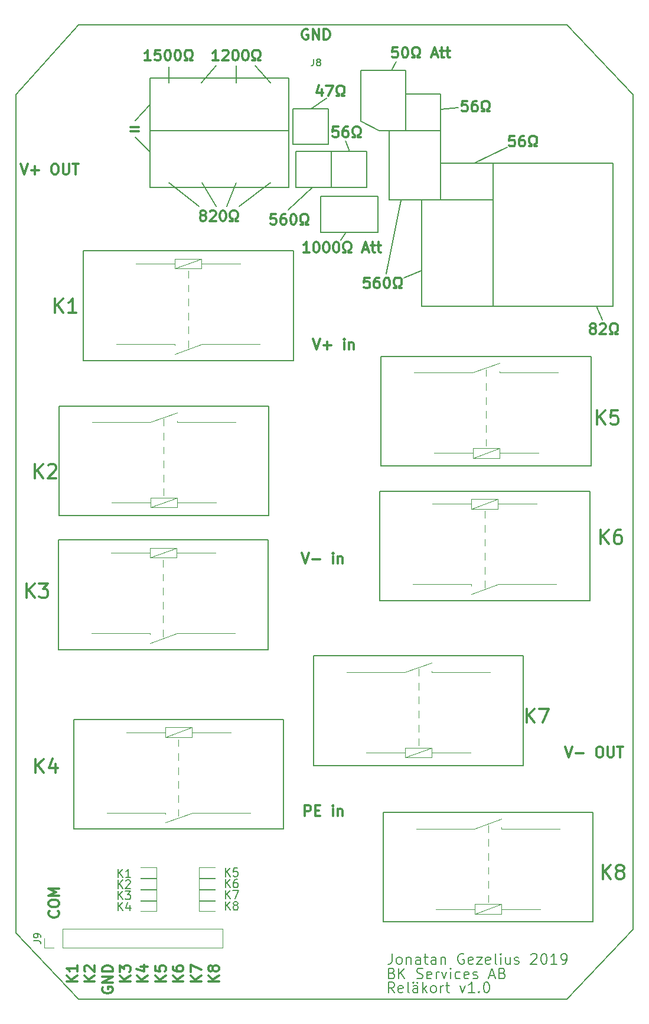
<source format=gbr>
G04 #@! TF.GenerationSoftware,KiCad,Pcbnew,(5.1.0)-1*
G04 #@! TF.CreationDate,2019-05-23T14:19:01+02:00*
G04 #@! TF.ProjectId,relay_card,72656c61-795f-4636-9172-642e6b696361,rev?*
G04 #@! TF.SameCoordinates,Original*
G04 #@! TF.FileFunction,Legend,Top*
G04 #@! TF.FilePolarity,Positive*
%FSLAX46Y46*%
G04 Gerber Fmt 4.6, Leading zero omitted, Abs format (unit mm)*
G04 Created by KiCad (PCBNEW (5.1.0)-1) date 2019-05-23 14:19:01*
%MOMM*%
%LPD*%
G04 APERTURE LIST*
%ADD10C,0.200000*%
%ADD11C,0.300000*%
%ADD12C,0.150000*%
%ADD13C,0.120000*%
G04 APERTURE END LIST*
D10*
X111014285Y-156642857D02*
X111014285Y-155442857D01*
X111700000Y-156642857D02*
X111185714Y-155957142D01*
X111700000Y-155442857D02*
X111014285Y-156128571D01*
X112385714Y-155957142D02*
X112271428Y-155900000D01*
X112214285Y-155842857D01*
X112157142Y-155728571D01*
X112157142Y-155671428D01*
X112214285Y-155557142D01*
X112271428Y-155500000D01*
X112385714Y-155442857D01*
X112614285Y-155442857D01*
X112728571Y-155500000D01*
X112785714Y-155557142D01*
X112842857Y-155671428D01*
X112842857Y-155728571D01*
X112785714Y-155842857D01*
X112728571Y-155900000D01*
X112614285Y-155957142D01*
X112385714Y-155957142D01*
X112271428Y-156014285D01*
X112214285Y-156071428D01*
X112157142Y-156185714D01*
X112157142Y-156414285D01*
X112214285Y-156528571D01*
X112271428Y-156585714D01*
X112385714Y-156642857D01*
X112614285Y-156642857D01*
X112728571Y-156585714D01*
X112785714Y-156528571D01*
X112842857Y-156414285D01*
X112842857Y-156185714D01*
X112785714Y-156071428D01*
X112728571Y-156014285D01*
X112614285Y-155957142D01*
X111014285Y-155042857D02*
X111014285Y-153842857D01*
X111700000Y-155042857D02*
X111185714Y-154357142D01*
X111700000Y-153842857D02*
X111014285Y-154528571D01*
X112100000Y-153842857D02*
X112900000Y-153842857D01*
X112385714Y-155042857D01*
X111014285Y-153442857D02*
X111014285Y-152242857D01*
X111700000Y-153442857D02*
X111185714Y-152757142D01*
X111700000Y-152242857D02*
X111014285Y-152928571D01*
X112728571Y-152242857D02*
X112500000Y-152242857D01*
X112385714Y-152300000D01*
X112328571Y-152357142D01*
X112214285Y-152528571D01*
X112157142Y-152757142D01*
X112157142Y-153214285D01*
X112214285Y-153328571D01*
X112271428Y-153385714D01*
X112385714Y-153442857D01*
X112614285Y-153442857D01*
X112728571Y-153385714D01*
X112785714Y-153328571D01*
X112842857Y-153214285D01*
X112842857Y-152928571D01*
X112785714Y-152814285D01*
X112728571Y-152757142D01*
X112614285Y-152700000D01*
X112385714Y-152700000D01*
X112271428Y-152757142D01*
X112214285Y-152814285D01*
X112157142Y-152928571D01*
X111014285Y-151842857D02*
X111014285Y-150642857D01*
X111700000Y-151842857D02*
X111185714Y-151157142D01*
X111700000Y-150642857D02*
X111014285Y-151328571D01*
X112785714Y-150642857D02*
X112214285Y-150642857D01*
X112157142Y-151214285D01*
X112214285Y-151157142D01*
X112328571Y-151100000D01*
X112614285Y-151100000D01*
X112728571Y-151157142D01*
X112785714Y-151214285D01*
X112842857Y-151328571D01*
X112842857Y-151614285D01*
X112785714Y-151728571D01*
X112728571Y-151785714D01*
X112614285Y-151842857D01*
X112328571Y-151842857D01*
X112214285Y-151785714D01*
X112157142Y-151728571D01*
X95601785Y-156742857D02*
X95601785Y-155542857D01*
X96287500Y-156742857D02*
X95773214Y-156057142D01*
X96287500Y-155542857D02*
X95601785Y-156228571D01*
X97316071Y-155942857D02*
X97316071Y-156742857D01*
X97030357Y-155485714D02*
X96744642Y-156342857D01*
X97487500Y-156342857D01*
X95601785Y-155142857D02*
X95601785Y-153942857D01*
X96287500Y-155142857D02*
X95773214Y-154457142D01*
X96287500Y-153942857D02*
X95601785Y-154628571D01*
X96687500Y-153942857D02*
X97430357Y-153942857D01*
X97030357Y-154400000D01*
X97201785Y-154400000D01*
X97316071Y-154457142D01*
X97373214Y-154514285D01*
X97430357Y-154628571D01*
X97430357Y-154914285D01*
X97373214Y-155028571D01*
X97316071Y-155085714D01*
X97201785Y-155142857D01*
X96858928Y-155142857D01*
X96744642Y-155085714D01*
X96687500Y-155028571D01*
X95601785Y-153542857D02*
X95601785Y-152342857D01*
X96287500Y-153542857D02*
X95773214Y-152857142D01*
X96287500Y-152342857D02*
X95601785Y-153028571D01*
X96744642Y-152457142D02*
X96801785Y-152400000D01*
X96916071Y-152342857D01*
X97201785Y-152342857D01*
X97316071Y-152400000D01*
X97373214Y-152457142D01*
X97430357Y-152571428D01*
X97430357Y-152685714D01*
X97373214Y-152857142D01*
X96687500Y-153542857D01*
X97430357Y-153542857D01*
X95614285Y-151942857D02*
X95614285Y-150742857D01*
X96300000Y-151942857D02*
X95785714Y-151257142D01*
X96300000Y-150742857D02*
X95614285Y-151428571D01*
X97442857Y-151942857D02*
X96757142Y-151942857D01*
X97100000Y-151942857D02*
X97100000Y-150742857D01*
X96985714Y-150914285D01*
X96871428Y-151028571D01*
X96757142Y-151085714D01*
D11*
X110078571Y-166866428D02*
X108578571Y-166866428D01*
X110078571Y-166009285D02*
X109221428Y-166652142D01*
X108578571Y-166009285D02*
X109435714Y-166866428D01*
X109221428Y-165152142D02*
X109150000Y-165295000D01*
X109078571Y-165366428D01*
X108935714Y-165437857D01*
X108864285Y-165437857D01*
X108721428Y-165366428D01*
X108650000Y-165295000D01*
X108578571Y-165152142D01*
X108578571Y-164866428D01*
X108650000Y-164723571D01*
X108721428Y-164652142D01*
X108864285Y-164580714D01*
X108935714Y-164580714D01*
X109078571Y-164652142D01*
X109150000Y-164723571D01*
X109221428Y-164866428D01*
X109221428Y-165152142D01*
X109292857Y-165295000D01*
X109364285Y-165366428D01*
X109507142Y-165437857D01*
X109792857Y-165437857D01*
X109935714Y-165366428D01*
X110007142Y-165295000D01*
X110078571Y-165152142D01*
X110078571Y-164866428D01*
X110007142Y-164723571D01*
X109935714Y-164652142D01*
X109792857Y-164580714D01*
X109507142Y-164580714D01*
X109364285Y-164652142D01*
X109292857Y-164723571D01*
X109221428Y-164866428D01*
X107578571Y-166866428D02*
X106078571Y-166866428D01*
X107578571Y-166009285D02*
X106721428Y-166652142D01*
X106078571Y-166009285D02*
X106935714Y-166866428D01*
X106078571Y-165509285D02*
X106078571Y-164509285D01*
X107578571Y-165152142D01*
X104978571Y-166866428D02*
X103478571Y-166866428D01*
X104978571Y-166009285D02*
X104121428Y-166652142D01*
X103478571Y-166009285D02*
X104335714Y-166866428D01*
X103478571Y-164723571D02*
X103478571Y-165009285D01*
X103550000Y-165152142D01*
X103621428Y-165223571D01*
X103835714Y-165366428D01*
X104121428Y-165437857D01*
X104692857Y-165437857D01*
X104835714Y-165366428D01*
X104907142Y-165295000D01*
X104978571Y-165152142D01*
X104978571Y-164866428D01*
X104907142Y-164723571D01*
X104835714Y-164652142D01*
X104692857Y-164580714D01*
X104335714Y-164580714D01*
X104192857Y-164652142D01*
X104121428Y-164723571D01*
X104050000Y-164866428D01*
X104050000Y-165152142D01*
X104121428Y-165295000D01*
X104192857Y-165366428D01*
X104335714Y-165437857D01*
X102478571Y-166866428D02*
X100978571Y-166866428D01*
X102478571Y-166009285D02*
X101621428Y-166652142D01*
X100978571Y-166009285D02*
X101835714Y-166866428D01*
X100978571Y-164652142D02*
X100978571Y-165366428D01*
X101692857Y-165437857D01*
X101621428Y-165366428D01*
X101550000Y-165223571D01*
X101550000Y-164866428D01*
X101621428Y-164723571D01*
X101692857Y-164652142D01*
X101835714Y-164580714D01*
X102192857Y-164580714D01*
X102335714Y-164652142D01*
X102407142Y-164723571D01*
X102478571Y-164866428D01*
X102478571Y-165223571D01*
X102407142Y-165366428D01*
X102335714Y-165437857D01*
X99878571Y-166866428D02*
X98378571Y-166866428D01*
X99878571Y-166009285D02*
X99021428Y-166652142D01*
X98378571Y-166009285D02*
X99235714Y-166866428D01*
X98878571Y-164723571D02*
X99878571Y-164723571D01*
X98307142Y-165080714D02*
X99378571Y-165437857D01*
X99378571Y-164509285D01*
X97378571Y-166866428D02*
X95878571Y-166866428D01*
X97378571Y-166009285D02*
X96521428Y-166652142D01*
X95878571Y-166009285D02*
X96735714Y-166866428D01*
X95878571Y-165509285D02*
X95878571Y-164580714D01*
X96450000Y-165080714D01*
X96450000Y-164866428D01*
X96521428Y-164723571D01*
X96592857Y-164652142D01*
X96735714Y-164580714D01*
X97092857Y-164580714D01*
X97235714Y-164652142D01*
X97307142Y-164723571D01*
X97378571Y-164866428D01*
X97378571Y-165295000D01*
X97307142Y-165437857D01*
X97235714Y-165509285D01*
X92278571Y-166866428D02*
X90778571Y-166866428D01*
X92278571Y-166009285D02*
X91421428Y-166652142D01*
X90778571Y-166009285D02*
X91635714Y-166866428D01*
X90921428Y-165437857D02*
X90850000Y-165366428D01*
X90778571Y-165223571D01*
X90778571Y-164866428D01*
X90850000Y-164723571D01*
X90921428Y-164652142D01*
X91064285Y-164580714D01*
X91207142Y-164580714D01*
X91421428Y-164652142D01*
X92278571Y-165509285D01*
X92278571Y-164580714D01*
X87035714Y-156766428D02*
X87107142Y-156837857D01*
X87178571Y-157052142D01*
X87178571Y-157195000D01*
X87107142Y-157409285D01*
X86964285Y-157552142D01*
X86821428Y-157623571D01*
X86535714Y-157695000D01*
X86321428Y-157695000D01*
X86035714Y-157623571D01*
X85892857Y-157552142D01*
X85750000Y-157409285D01*
X85678571Y-157195000D01*
X85678571Y-157052142D01*
X85750000Y-156837857D01*
X85821428Y-156766428D01*
X85678571Y-155837857D02*
X85678571Y-155552142D01*
X85750000Y-155409285D01*
X85892857Y-155266428D01*
X86178571Y-155195000D01*
X86678571Y-155195000D01*
X86964285Y-155266428D01*
X87107142Y-155409285D01*
X87178571Y-155552142D01*
X87178571Y-155837857D01*
X87107142Y-155980714D01*
X86964285Y-156123571D01*
X86678571Y-156195000D01*
X86178571Y-156195000D01*
X85892857Y-156123571D01*
X85750000Y-155980714D01*
X85678571Y-155837857D01*
X87178571Y-154552142D02*
X85678571Y-154552142D01*
X86750000Y-154052142D01*
X85678571Y-153552142D01*
X87178571Y-153552142D01*
D10*
X135244285Y-168478571D02*
X134744285Y-167764285D01*
X134387142Y-168478571D02*
X134387142Y-166978571D01*
X134958571Y-166978571D01*
X135101428Y-167050000D01*
X135172857Y-167121428D01*
X135244285Y-167264285D01*
X135244285Y-167478571D01*
X135172857Y-167621428D01*
X135101428Y-167692857D01*
X134958571Y-167764285D01*
X134387142Y-167764285D01*
X136458571Y-168407142D02*
X136315714Y-168478571D01*
X136030000Y-168478571D01*
X135887142Y-168407142D01*
X135815714Y-168264285D01*
X135815714Y-167692857D01*
X135887142Y-167550000D01*
X136030000Y-167478571D01*
X136315714Y-167478571D01*
X136458571Y-167550000D01*
X136530000Y-167692857D01*
X136530000Y-167835714D01*
X135815714Y-167978571D01*
X137387142Y-168478571D02*
X137244285Y-168407142D01*
X137172857Y-168264285D01*
X137172857Y-166978571D01*
X138601428Y-168478571D02*
X138601428Y-167692857D01*
X138530000Y-167550000D01*
X138387142Y-167478571D01*
X138101428Y-167478571D01*
X137958571Y-167550000D01*
X138601428Y-168407142D02*
X138458571Y-168478571D01*
X138101428Y-168478571D01*
X137958571Y-168407142D01*
X137887142Y-168264285D01*
X137887142Y-168121428D01*
X137958571Y-167978571D01*
X138101428Y-167907142D01*
X138458571Y-167907142D01*
X138601428Y-167835714D01*
X137958571Y-166978571D02*
X138030000Y-167050000D01*
X137958571Y-167121428D01*
X137887142Y-167050000D01*
X137958571Y-166978571D01*
X137958571Y-167121428D01*
X138530000Y-166978571D02*
X138601428Y-167050000D01*
X138530000Y-167121428D01*
X138458571Y-167050000D01*
X138530000Y-166978571D01*
X138530000Y-167121428D01*
X139315714Y-168478571D02*
X139315714Y-166978571D01*
X139458571Y-167907142D02*
X139887142Y-168478571D01*
X139887142Y-167478571D02*
X139315714Y-168050000D01*
X140744285Y-168478571D02*
X140601428Y-168407142D01*
X140530000Y-168335714D01*
X140458571Y-168192857D01*
X140458571Y-167764285D01*
X140530000Y-167621428D01*
X140601428Y-167550000D01*
X140744285Y-167478571D01*
X140958571Y-167478571D01*
X141101428Y-167550000D01*
X141172857Y-167621428D01*
X141244285Y-167764285D01*
X141244285Y-168192857D01*
X141172857Y-168335714D01*
X141101428Y-168407142D01*
X140958571Y-168478571D01*
X140744285Y-168478571D01*
X141887142Y-168478571D02*
X141887142Y-167478571D01*
X141887142Y-167764285D02*
X141958571Y-167621428D01*
X142030000Y-167550000D01*
X142172857Y-167478571D01*
X142315714Y-167478571D01*
X142601428Y-167478571D02*
X143172857Y-167478571D01*
X142815714Y-166978571D02*
X142815714Y-168264285D01*
X142887142Y-168407142D01*
X143030000Y-168478571D01*
X143172857Y-168478571D01*
X144672857Y-167478571D02*
X145030000Y-168478571D01*
X145387142Y-167478571D01*
X146744285Y-168478571D02*
X145887142Y-168478571D01*
X146315714Y-168478571D02*
X146315714Y-166978571D01*
X146172857Y-167192857D01*
X146030000Y-167335714D01*
X145887142Y-167407142D01*
X147387142Y-168335714D02*
X147458571Y-168407142D01*
X147387142Y-168478571D01*
X147315714Y-168407142D01*
X147387142Y-168335714D01*
X147387142Y-168478571D01*
X148387142Y-166978571D02*
X148530000Y-166978571D01*
X148672857Y-167050000D01*
X148744285Y-167121428D01*
X148815714Y-167264285D01*
X148887142Y-167550000D01*
X148887142Y-167907142D01*
X148815714Y-168192857D01*
X148744285Y-168335714D01*
X148672857Y-168407142D01*
X148530000Y-168478571D01*
X148387142Y-168478571D01*
X148244285Y-168407142D01*
X148172857Y-168335714D01*
X148101428Y-168192857D01*
X148030000Y-167907142D01*
X148030000Y-167550000D01*
X148101428Y-167264285D01*
X148172857Y-167121428D01*
X148244285Y-167050000D01*
X148387142Y-166978571D01*
X134887142Y-165692857D02*
X135101428Y-165764285D01*
X135172857Y-165835714D01*
X135244285Y-165978571D01*
X135244285Y-166192857D01*
X135172857Y-166335714D01*
X135101428Y-166407142D01*
X134958571Y-166478571D01*
X134387142Y-166478571D01*
X134387142Y-164978571D01*
X134887142Y-164978571D01*
X135030000Y-165050000D01*
X135101428Y-165121428D01*
X135172857Y-165264285D01*
X135172857Y-165407142D01*
X135101428Y-165550000D01*
X135030000Y-165621428D01*
X134887142Y-165692857D01*
X134387142Y-165692857D01*
X135887142Y-166478571D02*
X135887142Y-164978571D01*
X136744285Y-166478571D02*
X136101428Y-165621428D01*
X136744285Y-164978571D02*
X135887142Y-165835714D01*
X138458571Y-166407142D02*
X138672857Y-166478571D01*
X139030000Y-166478571D01*
X139172857Y-166407142D01*
X139244285Y-166335714D01*
X139315714Y-166192857D01*
X139315714Y-166050000D01*
X139244285Y-165907142D01*
X139172857Y-165835714D01*
X139030000Y-165764285D01*
X138744285Y-165692857D01*
X138601428Y-165621428D01*
X138530000Y-165550000D01*
X138458571Y-165407142D01*
X138458571Y-165264285D01*
X138530000Y-165121428D01*
X138601428Y-165050000D01*
X138744285Y-164978571D01*
X139101428Y-164978571D01*
X139315714Y-165050000D01*
X140530000Y-166407142D02*
X140387142Y-166478571D01*
X140101428Y-166478571D01*
X139958571Y-166407142D01*
X139887142Y-166264285D01*
X139887142Y-165692857D01*
X139958571Y-165550000D01*
X140101428Y-165478571D01*
X140387142Y-165478571D01*
X140530000Y-165550000D01*
X140601428Y-165692857D01*
X140601428Y-165835714D01*
X139887142Y-165978571D01*
X141244285Y-166478571D02*
X141244285Y-165478571D01*
X141244285Y-165764285D02*
X141315714Y-165621428D01*
X141387142Y-165550000D01*
X141530000Y-165478571D01*
X141672857Y-165478571D01*
X142030000Y-165478571D02*
X142387142Y-166478571D01*
X142744285Y-165478571D01*
X143315714Y-166478571D02*
X143315714Y-165478571D01*
X143315714Y-164978571D02*
X143244285Y-165050000D01*
X143315714Y-165121428D01*
X143387142Y-165050000D01*
X143315714Y-164978571D01*
X143315714Y-165121428D01*
X144672857Y-166407142D02*
X144530000Y-166478571D01*
X144244285Y-166478571D01*
X144101428Y-166407142D01*
X144030000Y-166335714D01*
X143958571Y-166192857D01*
X143958571Y-165764285D01*
X144030000Y-165621428D01*
X144101428Y-165550000D01*
X144244285Y-165478571D01*
X144530000Y-165478571D01*
X144672857Y-165550000D01*
X145887142Y-166407142D02*
X145744285Y-166478571D01*
X145458571Y-166478571D01*
X145315714Y-166407142D01*
X145244285Y-166264285D01*
X145244285Y-165692857D01*
X145315714Y-165550000D01*
X145458571Y-165478571D01*
X145744285Y-165478571D01*
X145887142Y-165550000D01*
X145958571Y-165692857D01*
X145958571Y-165835714D01*
X145244285Y-165978571D01*
X146530000Y-166407142D02*
X146672857Y-166478571D01*
X146958571Y-166478571D01*
X147101428Y-166407142D01*
X147172857Y-166264285D01*
X147172857Y-166192857D01*
X147101428Y-166050000D01*
X146958571Y-165978571D01*
X146744285Y-165978571D01*
X146601428Y-165907142D01*
X146530000Y-165764285D01*
X146530000Y-165692857D01*
X146601428Y-165550000D01*
X146744285Y-165478571D01*
X146958571Y-165478571D01*
X147101428Y-165550000D01*
X148887142Y-166050000D02*
X149601428Y-166050000D01*
X148744285Y-166478571D02*
X149244285Y-164978571D01*
X149744285Y-166478571D01*
X150744285Y-165692857D02*
X150958571Y-165764285D01*
X151030000Y-165835714D01*
X151101428Y-165978571D01*
X151101428Y-166192857D01*
X151030000Y-166335714D01*
X150958571Y-166407142D01*
X150815714Y-166478571D01*
X150244285Y-166478571D01*
X150244285Y-164978571D01*
X150744285Y-164978571D01*
X150887142Y-165050000D01*
X150958571Y-165121428D01*
X151030000Y-165264285D01*
X151030000Y-165407142D01*
X150958571Y-165550000D01*
X150887142Y-165621428D01*
X150744285Y-165692857D01*
X150244285Y-165692857D01*
X134915714Y-162878571D02*
X134915714Y-163950000D01*
X134844285Y-164164285D01*
X134701428Y-164307142D01*
X134487142Y-164378571D01*
X134344285Y-164378571D01*
X135844285Y-164378571D02*
X135701428Y-164307142D01*
X135630000Y-164235714D01*
X135558571Y-164092857D01*
X135558571Y-163664285D01*
X135630000Y-163521428D01*
X135701428Y-163450000D01*
X135844285Y-163378571D01*
X136058571Y-163378571D01*
X136201428Y-163450000D01*
X136272857Y-163521428D01*
X136344285Y-163664285D01*
X136344285Y-164092857D01*
X136272857Y-164235714D01*
X136201428Y-164307142D01*
X136058571Y-164378571D01*
X135844285Y-164378571D01*
X136987142Y-163378571D02*
X136987142Y-164378571D01*
X136987142Y-163521428D02*
X137058571Y-163450000D01*
X137201428Y-163378571D01*
X137415714Y-163378571D01*
X137558571Y-163450000D01*
X137630000Y-163592857D01*
X137630000Y-164378571D01*
X138987142Y-164378571D02*
X138987142Y-163592857D01*
X138915714Y-163450000D01*
X138772857Y-163378571D01*
X138487142Y-163378571D01*
X138344285Y-163450000D01*
X138987142Y-164307142D02*
X138844285Y-164378571D01*
X138487142Y-164378571D01*
X138344285Y-164307142D01*
X138272857Y-164164285D01*
X138272857Y-164021428D01*
X138344285Y-163878571D01*
X138487142Y-163807142D01*
X138844285Y-163807142D01*
X138987142Y-163735714D01*
X139487142Y-163378571D02*
X140058571Y-163378571D01*
X139701428Y-162878571D02*
X139701428Y-164164285D01*
X139772857Y-164307142D01*
X139915714Y-164378571D01*
X140058571Y-164378571D01*
X141201428Y-164378571D02*
X141201428Y-163592857D01*
X141130000Y-163450000D01*
X140987142Y-163378571D01*
X140701428Y-163378571D01*
X140558571Y-163450000D01*
X141201428Y-164307142D02*
X141058571Y-164378571D01*
X140701428Y-164378571D01*
X140558571Y-164307142D01*
X140487142Y-164164285D01*
X140487142Y-164021428D01*
X140558571Y-163878571D01*
X140701428Y-163807142D01*
X141058571Y-163807142D01*
X141201428Y-163735714D01*
X141915714Y-163378571D02*
X141915714Y-164378571D01*
X141915714Y-163521428D02*
X141987142Y-163450000D01*
X142130000Y-163378571D01*
X142344285Y-163378571D01*
X142487142Y-163450000D01*
X142558571Y-163592857D01*
X142558571Y-164378571D01*
X145201428Y-162950000D02*
X145058571Y-162878571D01*
X144844285Y-162878571D01*
X144630000Y-162950000D01*
X144487142Y-163092857D01*
X144415714Y-163235714D01*
X144344285Y-163521428D01*
X144344285Y-163735714D01*
X144415714Y-164021428D01*
X144487142Y-164164285D01*
X144630000Y-164307142D01*
X144844285Y-164378571D01*
X144987142Y-164378571D01*
X145201428Y-164307142D01*
X145272857Y-164235714D01*
X145272857Y-163735714D01*
X144987142Y-163735714D01*
X146487142Y-164307142D02*
X146344285Y-164378571D01*
X146058571Y-164378571D01*
X145915714Y-164307142D01*
X145844285Y-164164285D01*
X145844285Y-163592857D01*
X145915714Y-163450000D01*
X146058571Y-163378571D01*
X146344285Y-163378571D01*
X146487142Y-163450000D01*
X146558571Y-163592857D01*
X146558571Y-163735714D01*
X145844285Y-163878571D01*
X147058571Y-163378571D02*
X147844285Y-163378571D01*
X147058571Y-164378571D01*
X147844285Y-164378571D01*
X148987142Y-164307142D02*
X148844285Y-164378571D01*
X148558571Y-164378571D01*
X148415714Y-164307142D01*
X148344285Y-164164285D01*
X148344285Y-163592857D01*
X148415714Y-163450000D01*
X148558571Y-163378571D01*
X148844285Y-163378571D01*
X148987142Y-163450000D01*
X149058571Y-163592857D01*
X149058571Y-163735714D01*
X148344285Y-163878571D01*
X149915714Y-164378571D02*
X149772857Y-164307142D01*
X149701428Y-164164285D01*
X149701428Y-162878571D01*
X150487142Y-164378571D02*
X150487142Y-163378571D01*
X150487142Y-162878571D02*
X150415714Y-162950000D01*
X150487142Y-163021428D01*
X150558571Y-162950000D01*
X150487142Y-162878571D01*
X150487142Y-163021428D01*
X151844285Y-163378571D02*
X151844285Y-164378571D01*
X151201428Y-163378571D02*
X151201428Y-164164285D01*
X151272857Y-164307142D01*
X151415714Y-164378571D01*
X151630000Y-164378571D01*
X151772857Y-164307142D01*
X151844285Y-164235714D01*
X152487142Y-164307142D02*
X152630000Y-164378571D01*
X152915714Y-164378571D01*
X153058571Y-164307142D01*
X153130000Y-164164285D01*
X153130000Y-164092857D01*
X153058571Y-163950000D01*
X152915714Y-163878571D01*
X152701428Y-163878571D01*
X152558571Y-163807142D01*
X152487142Y-163664285D01*
X152487142Y-163592857D01*
X152558571Y-163450000D01*
X152701428Y-163378571D01*
X152915714Y-163378571D01*
X153058571Y-163450000D01*
X154844285Y-163021428D02*
X154915714Y-162950000D01*
X155058571Y-162878571D01*
X155415714Y-162878571D01*
X155558571Y-162950000D01*
X155630000Y-163021428D01*
X155701428Y-163164285D01*
X155701428Y-163307142D01*
X155630000Y-163521428D01*
X154772857Y-164378571D01*
X155701428Y-164378571D01*
X156630000Y-162878571D02*
X156772857Y-162878571D01*
X156915714Y-162950000D01*
X156987142Y-163021428D01*
X157058571Y-163164285D01*
X157130000Y-163450000D01*
X157130000Y-163807142D01*
X157058571Y-164092857D01*
X156987142Y-164235714D01*
X156915714Y-164307142D01*
X156772857Y-164378571D01*
X156630000Y-164378571D01*
X156487142Y-164307142D01*
X156415714Y-164235714D01*
X156344285Y-164092857D01*
X156272857Y-163807142D01*
X156272857Y-163450000D01*
X156344285Y-163164285D01*
X156415714Y-163021428D01*
X156487142Y-162950000D01*
X156630000Y-162878571D01*
X158558571Y-164378571D02*
X157701428Y-164378571D01*
X158130000Y-164378571D02*
X158130000Y-162878571D01*
X157987142Y-163092857D01*
X157844285Y-163235714D01*
X157701428Y-163307142D01*
X159272857Y-164378571D02*
X159558571Y-164378571D01*
X159701428Y-164307142D01*
X159772857Y-164235714D01*
X159915714Y-164021428D01*
X159987142Y-163735714D01*
X159987142Y-163164285D01*
X159915714Y-163021428D01*
X159844285Y-162950000D01*
X159701428Y-162878571D01*
X159415714Y-162878571D01*
X159272857Y-162950000D01*
X159201428Y-163021428D01*
X159130000Y-163164285D01*
X159130000Y-163521428D01*
X159201428Y-163664285D01*
X159272857Y-163735714D01*
X159415714Y-163807142D01*
X159701428Y-163807142D01*
X159844285Y-163735714D01*
X159915714Y-163664285D01*
X159987142Y-163521428D01*
D12*
X133100000Y-45000000D02*
X130400000Y-43700000D01*
D11*
X122421428Y-143178571D02*
X122421428Y-141678571D01*
X122992857Y-141678571D01*
X123135714Y-141750000D01*
X123207142Y-141821428D01*
X123278571Y-141964285D01*
X123278571Y-142178571D01*
X123207142Y-142321428D01*
X123135714Y-142392857D01*
X122992857Y-142464285D01*
X122421428Y-142464285D01*
X123921428Y-142392857D02*
X124421428Y-142392857D01*
X124635714Y-143178571D02*
X123921428Y-143178571D01*
X123921428Y-141678571D01*
X124635714Y-141678571D01*
X126421428Y-143178571D02*
X126421428Y-142178571D01*
X126421428Y-141678571D02*
X126350000Y-141750000D01*
X126421428Y-141821428D01*
X126492857Y-141750000D01*
X126421428Y-141678571D01*
X126421428Y-141821428D01*
X127135714Y-142178571D02*
X127135714Y-143178571D01*
X127135714Y-142321428D02*
X127207142Y-142250000D01*
X127350000Y-142178571D01*
X127564285Y-142178571D01*
X127707142Y-142250000D01*
X127778571Y-142392857D01*
X127778571Y-143178571D01*
X121964285Y-105478571D02*
X122464285Y-106978571D01*
X122964285Y-105478571D01*
X123464285Y-106407142D02*
X124607142Y-106407142D01*
X126464285Y-106978571D02*
X126464285Y-105978571D01*
X126464285Y-105478571D02*
X126392857Y-105550000D01*
X126464285Y-105621428D01*
X126535714Y-105550000D01*
X126464285Y-105478571D01*
X126464285Y-105621428D01*
X127178571Y-105978571D02*
X127178571Y-106978571D01*
X127178571Y-106121428D02*
X127250000Y-106050000D01*
X127392857Y-105978571D01*
X127607142Y-105978571D01*
X127750000Y-106050000D01*
X127821428Y-106192857D01*
X127821428Y-106978571D01*
X123564285Y-74878571D02*
X124064285Y-76378571D01*
X124564285Y-74878571D01*
X125064285Y-75807142D02*
X126207142Y-75807142D01*
X125635714Y-76378571D02*
X125635714Y-75235714D01*
X128064285Y-76378571D02*
X128064285Y-75378571D01*
X128064285Y-74878571D02*
X127992857Y-74950000D01*
X128064285Y-75021428D01*
X128135714Y-74950000D01*
X128064285Y-74878571D01*
X128064285Y-75021428D01*
X128778571Y-75378571D02*
X128778571Y-76378571D01*
X128778571Y-75521428D02*
X128850000Y-75450000D01*
X128992857Y-75378571D01*
X129207142Y-75378571D01*
X129350000Y-75450000D01*
X129421428Y-75592857D01*
X129421428Y-76378571D01*
D12*
X135500000Y-35100000D02*
X134800000Y-36400000D01*
X136900000Y-36400000D02*
X136900000Y-39900000D01*
X130400000Y-36400000D02*
X136900000Y-36400000D01*
X130400000Y-43700000D02*
X130400000Y-36400000D01*
X134500000Y-45000000D02*
X133100000Y-45000000D01*
X128300000Y-59600000D02*
X127600000Y-60700000D01*
X132900000Y-59600000D02*
X132900000Y-54400000D01*
X124700000Y-59600000D02*
X132900000Y-59600000D01*
X124700000Y-54400000D02*
X124700000Y-59600000D01*
X132900000Y-54400000D02*
X124700000Y-54400000D01*
X120000000Y-56400000D02*
X123500000Y-53200000D01*
X128200000Y-46500000D02*
X128800000Y-48000000D01*
X125500000Y-40400000D02*
X123300000Y-41900000D01*
D11*
X97428571Y-44557142D02*
X98571428Y-44557142D01*
X98571428Y-45128571D02*
X97428571Y-45128571D01*
D12*
X100200000Y-48100000D02*
X98100000Y-46000000D01*
X100200000Y-41300000D02*
X98100000Y-43600000D01*
X117500000Y-38200000D02*
X115300000Y-35700000D01*
X112600000Y-38200000D02*
X112600000Y-35700000D01*
X107600000Y-38200000D02*
X109700000Y-35700000D01*
X102900000Y-38200000D02*
X102900000Y-35900000D01*
X102900000Y-52500000D02*
X107200000Y-55900000D01*
X107700000Y-52500000D02*
X109700000Y-55900000D01*
X112600000Y-52500000D02*
X111200000Y-55900000D01*
X117500000Y-52500000D02*
X113000000Y-55900000D01*
D11*
X100328571Y-34978571D02*
X99471428Y-34978571D01*
X99900000Y-34978571D02*
X99900000Y-33478571D01*
X99757142Y-33692857D01*
X99614285Y-33835714D01*
X99471428Y-33907142D01*
X101685714Y-33478571D02*
X100971428Y-33478571D01*
X100900000Y-34192857D01*
X100971428Y-34121428D01*
X101114285Y-34050000D01*
X101471428Y-34050000D01*
X101614285Y-34121428D01*
X101685714Y-34192857D01*
X101757142Y-34335714D01*
X101757142Y-34692857D01*
X101685714Y-34835714D01*
X101614285Y-34907142D01*
X101471428Y-34978571D01*
X101114285Y-34978571D01*
X100971428Y-34907142D01*
X100900000Y-34835714D01*
X102685714Y-33478571D02*
X102828571Y-33478571D01*
X102971428Y-33550000D01*
X103042857Y-33621428D01*
X103114285Y-33764285D01*
X103185714Y-34050000D01*
X103185714Y-34407142D01*
X103114285Y-34692857D01*
X103042857Y-34835714D01*
X102971428Y-34907142D01*
X102828571Y-34978571D01*
X102685714Y-34978571D01*
X102542857Y-34907142D01*
X102471428Y-34835714D01*
X102400000Y-34692857D01*
X102328571Y-34407142D01*
X102328571Y-34050000D01*
X102400000Y-33764285D01*
X102471428Y-33621428D01*
X102542857Y-33550000D01*
X102685714Y-33478571D01*
X104114285Y-33478571D02*
X104257142Y-33478571D01*
X104400000Y-33550000D01*
X104471428Y-33621428D01*
X104542857Y-33764285D01*
X104614285Y-34050000D01*
X104614285Y-34407142D01*
X104542857Y-34692857D01*
X104471428Y-34835714D01*
X104400000Y-34907142D01*
X104257142Y-34978571D01*
X104114285Y-34978571D01*
X103971428Y-34907142D01*
X103900000Y-34835714D01*
X103828571Y-34692857D01*
X103757142Y-34407142D01*
X103757142Y-34050000D01*
X103828571Y-33764285D01*
X103900000Y-33621428D01*
X103971428Y-33550000D01*
X104114285Y-33478571D01*
X105185714Y-34978571D02*
X105542857Y-34978571D01*
X105542857Y-34692857D01*
X105400000Y-34621428D01*
X105257142Y-34478571D01*
X105185714Y-34264285D01*
X105185714Y-33907142D01*
X105257142Y-33692857D01*
X105400000Y-33550000D01*
X105614285Y-33478571D01*
X105900000Y-33478571D01*
X106114285Y-33550000D01*
X106257142Y-33692857D01*
X106328571Y-33907142D01*
X106328571Y-34264285D01*
X106257142Y-34478571D01*
X106114285Y-34621428D01*
X105971428Y-34692857D01*
X105971428Y-34978571D01*
X106328571Y-34978571D01*
X110028571Y-34978571D02*
X109171428Y-34978571D01*
X109600000Y-34978571D02*
X109600000Y-33478571D01*
X109457142Y-33692857D01*
X109314285Y-33835714D01*
X109171428Y-33907142D01*
X110600000Y-33621428D02*
X110671428Y-33550000D01*
X110814285Y-33478571D01*
X111171428Y-33478571D01*
X111314285Y-33550000D01*
X111385714Y-33621428D01*
X111457142Y-33764285D01*
X111457142Y-33907142D01*
X111385714Y-34121428D01*
X110528571Y-34978571D01*
X111457142Y-34978571D01*
X112385714Y-33478571D02*
X112528571Y-33478571D01*
X112671428Y-33550000D01*
X112742857Y-33621428D01*
X112814285Y-33764285D01*
X112885714Y-34050000D01*
X112885714Y-34407142D01*
X112814285Y-34692857D01*
X112742857Y-34835714D01*
X112671428Y-34907142D01*
X112528571Y-34978571D01*
X112385714Y-34978571D01*
X112242857Y-34907142D01*
X112171428Y-34835714D01*
X112100000Y-34692857D01*
X112028571Y-34407142D01*
X112028571Y-34050000D01*
X112100000Y-33764285D01*
X112171428Y-33621428D01*
X112242857Y-33550000D01*
X112385714Y-33478571D01*
X113814285Y-33478571D02*
X113957142Y-33478571D01*
X114100000Y-33550000D01*
X114171428Y-33621428D01*
X114242857Y-33764285D01*
X114314285Y-34050000D01*
X114314285Y-34407142D01*
X114242857Y-34692857D01*
X114171428Y-34835714D01*
X114100000Y-34907142D01*
X113957142Y-34978571D01*
X113814285Y-34978571D01*
X113671428Y-34907142D01*
X113600000Y-34835714D01*
X113528571Y-34692857D01*
X113457142Y-34407142D01*
X113457142Y-34050000D01*
X113528571Y-33764285D01*
X113600000Y-33621428D01*
X113671428Y-33550000D01*
X113814285Y-33478571D01*
X114885714Y-34978571D02*
X115242857Y-34978571D01*
X115242857Y-34692857D01*
X115100000Y-34621428D01*
X114957142Y-34478571D01*
X114885714Y-34264285D01*
X114885714Y-33907142D01*
X114957142Y-33692857D01*
X115100000Y-33550000D01*
X115314285Y-33478571D01*
X115600000Y-33478571D01*
X115814285Y-33550000D01*
X115957142Y-33692857D01*
X116028571Y-33907142D01*
X116028571Y-34264285D01*
X115957142Y-34478571D01*
X115814285Y-34621428D01*
X115671428Y-34692857D01*
X115671428Y-34978571D01*
X116028571Y-34978571D01*
X107671428Y-57121428D02*
X107528571Y-57050000D01*
X107457142Y-56978571D01*
X107385714Y-56835714D01*
X107385714Y-56764285D01*
X107457142Y-56621428D01*
X107528571Y-56550000D01*
X107671428Y-56478571D01*
X107957142Y-56478571D01*
X108100000Y-56550000D01*
X108171428Y-56621428D01*
X108242857Y-56764285D01*
X108242857Y-56835714D01*
X108171428Y-56978571D01*
X108100000Y-57050000D01*
X107957142Y-57121428D01*
X107671428Y-57121428D01*
X107528571Y-57192857D01*
X107457142Y-57264285D01*
X107385714Y-57407142D01*
X107385714Y-57692857D01*
X107457142Y-57835714D01*
X107528571Y-57907142D01*
X107671428Y-57978571D01*
X107957142Y-57978571D01*
X108100000Y-57907142D01*
X108171428Y-57835714D01*
X108242857Y-57692857D01*
X108242857Y-57407142D01*
X108171428Y-57264285D01*
X108100000Y-57192857D01*
X107957142Y-57121428D01*
X108814285Y-56621428D02*
X108885714Y-56550000D01*
X109028571Y-56478571D01*
X109385714Y-56478571D01*
X109528571Y-56550000D01*
X109600000Y-56621428D01*
X109671428Y-56764285D01*
X109671428Y-56907142D01*
X109600000Y-57121428D01*
X108742857Y-57978571D01*
X109671428Y-57978571D01*
X110600000Y-56478571D02*
X110742857Y-56478571D01*
X110885714Y-56550000D01*
X110957142Y-56621428D01*
X111028571Y-56764285D01*
X111100000Y-57050000D01*
X111100000Y-57407142D01*
X111028571Y-57692857D01*
X110957142Y-57835714D01*
X110885714Y-57907142D01*
X110742857Y-57978571D01*
X110600000Y-57978571D01*
X110457142Y-57907142D01*
X110385714Y-57835714D01*
X110314285Y-57692857D01*
X110242857Y-57407142D01*
X110242857Y-57050000D01*
X110314285Y-56764285D01*
X110385714Y-56621428D01*
X110457142Y-56550000D01*
X110600000Y-56478571D01*
X111671428Y-57978571D02*
X112028571Y-57978571D01*
X112028571Y-57692857D01*
X111885714Y-57621428D01*
X111742857Y-57478571D01*
X111671428Y-57264285D01*
X111671428Y-56907142D01*
X111742857Y-56692857D01*
X111885714Y-56550000D01*
X112100000Y-56478571D01*
X112385714Y-56478571D01*
X112600000Y-56550000D01*
X112742857Y-56692857D01*
X112814285Y-56907142D01*
X112814285Y-57264285D01*
X112742857Y-57478571D01*
X112600000Y-57621428D01*
X112457142Y-57692857D01*
X112457142Y-57978571D01*
X112814285Y-57978571D01*
X118271428Y-56978571D02*
X117557142Y-56978571D01*
X117485714Y-57692857D01*
X117557142Y-57621428D01*
X117700000Y-57550000D01*
X118057142Y-57550000D01*
X118200000Y-57621428D01*
X118271428Y-57692857D01*
X118342857Y-57835714D01*
X118342857Y-58192857D01*
X118271428Y-58335714D01*
X118200000Y-58407142D01*
X118057142Y-58478571D01*
X117700000Y-58478571D01*
X117557142Y-58407142D01*
X117485714Y-58335714D01*
X119628571Y-56978571D02*
X119342857Y-56978571D01*
X119200000Y-57050000D01*
X119128571Y-57121428D01*
X118985714Y-57335714D01*
X118914285Y-57621428D01*
X118914285Y-58192857D01*
X118985714Y-58335714D01*
X119057142Y-58407142D01*
X119200000Y-58478571D01*
X119485714Y-58478571D01*
X119628571Y-58407142D01*
X119700000Y-58335714D01*
X119771428Y-58192857D01*
X119771428Y-57835714D01*
X119700000Y-57692857D01*
X119628571Y-57621428D01*
X119485714Y-57550000D01*
X119200000Y-57550000D01*
X119057142Y-57621428D01*
X118985714Y-57692857D01*
X118914285Y-57835714D01*
X120700000Y-56978571D02*
X120842857Y-56978571D01*
X120985714Y-57050000D01*
X121057142Y-57121428D01*
X121128571Y-57264285D01*
X121200000Y-57550000D01*
X121200000Y-57907142D01*
X121128571Y-58192857D01*
X121057142Y-58335714D01*
X120985714Y-58407142D01*
X120842857Y-58478571D01*
X120700000Y-58478571D01*
X120557142Y-58407142D01*
X120485714Y-58335714D01*
X120414285Y-58192857D01*
X120342857Y-57907142D01*
X120342857Y-57550000D01*
X120414285Y-57264285D01*
X120485714Y-57121428D01*
X120557142Y-57050000D01*
X120700000Y-56978571D01*
X121771428Y-58478571D02*
X122128571Y-58478571D01*
X122128571Y-58192857D01*
X121985714Y-58121428D01*
X121842857Y-57978571D01*
X121771428Y-57764285D01*
X121771428Y-57407142D01*
X121842857Y-57192857D01*
X121985714Y-57050000D01*
X122200000Y-56978571D01*
X122485714Y-56978571D01*
X122700000Y-57050000D01*
X122842857Y-57192857D01*
X122914285Y-57407142D01*
X122914285Y-57764285D01*
X122842857Y-57978571D01*
X122700000Y-58121428D01*
X122557142Y-58192857D01*
X122557142Y-58478571D01*
X122914285Y-58478571D01*
X124814285Y-39078571D02*
X124814285Y-40078571D01*
X124457142Y-38507142D02*
X124100000Y-39578571D01*
X125028571Y-39578571D01*
X125457142Y-38578571D02*
X126457142Y-38578571D01*
X125814285Y-40078571D01*
X126957142Y-40078571D02*
X127314285Y-40078571D01*
X127314285Y-39792857D01*
X127171428Y-39721428D01*
X127028571Y-39578571D01*
X126957142Y-39364285D01*
X126957142Y-39007142D01*
X127028571Y-38792857D01*
X127171428Y-38650000D01*
X127385714Y-38578571D01*
X127671428Y-38578571D01*
X127885714Y-38650000D01*
X128028571Y-38792857D01*
X128100000Y-39007142D01*
X128100000Y-39364285D01*
X128028571Y-39578571D01*
X127885714Y-39721428D01*
X127742857Y-39792857D01*
X127742857Y-40078571D01*
X128100000Y-40078571D01*
X127185714Y-44478571D02*
X126471428Y-44478571D01*
X126400000Y-45192857D01*
X126471428Y-45121428D01*
X126614285Y-45050000D01*
X126971428Y-45050000D01*
X127114285Y-45121428D01*
X127185714Y-45192857D01*
X127257142Y-45335714D01*
X127257142Y-45692857D01*
X127185714Y-45835714D01*
X127114285Y-45907142D01*
X126971428Y-45978571D01*
X126614285Y-45978571D01*
X126471428Y-45907142D01*
X126400000Y-45835714D01*
X128542857Y-44478571D02*
X128257142Y-44478571D01*
X128114285Y-44550000D01*
X128042857Y-44621428D01*
X127900000Y-44835714D01*
X127828571Y-45121428D01*
X127828571Y-45692857D01*
X127900000Y-45835714D01*
X127971428Y-45907142D01*
X128114285Y-45978571D01*
X128400000Y-45978571D01*
X128542857Y-45907142D01*
X128614285Y-45835714D01*
X128685714Y-45692857D01*
X128685714Y-45335714D01*
X128614285Y-45192857D01*
X128542857Y-45121428D01*
X128400000Y-45050000D01*
X128114285Y-45050000D01*
X127971428Y-45121428D01*
X127900000Y-45192857D01*
X127828571Y-45335714D01*
X129257142Y-45978571D02*
X129614285Y-45978571D01*
X129614285Y-45692857D01*
X129471428Y-45621428D01*
X129328571Y-45478571D01*
X129257142Y-45264285D01*
X129257142Y-44907142D01*
X129328571Y-44692857D01*
X129471428Y-44550000D01*
X129685714Y-44478571D01*
X129971428Y-44478571D01*
X130185714Y-44550000D01*
X130328571Y-44692857D01*
X130400000Y-44907142D01*
X130400000Y-45264285D01*
X130328571Y-45478571D01*
X130185714Y-45621428D01*
X130042857Y-45692857D01*
X130042857Y-45978571D01*
X130400000Y-45978571D01*
D12*
X165100000Y-72100000D02*
X164200000Y-70200000D01*
X144400000Y-41700000D02*
X141900000Y-42000000D01*
X151400000Y-47400000D02*
X146700000Y-49700000D01*
X136600000Y-66100000D02*
X139100000Y-65100000D01*
X134100000Y-65500000D02*
X136200000Y-55000000D01*
D11*
X152485714Y-45778571D02*
X151771428Y-45778571D01*
X151700000Y-46492857D01*
X151771428Y-46421428D01*
X151914285Y-46350000D01*
X152271428Y-46350000D01*
X152414285Y-46421428D01*
X152485714Y-46492857D01*
X152557142Y-46635714D01*
X152557142Y-46992857D01*
X152485714Y-47135714D01*
X152414285Y-47207142D01*
X152271428Y-47278571D01*
X151914285Y-47278571D01*
X151771428Y-47207142D01*
X151700000Y-47135714D01*
X153842857Y-45778571D02*
X153557142Y-45778571D01*
X153414285Y-45850000D01*
X153342857Y-45921428D01*
X153200000Y-46135714D01*
X153128571Y-46421428D01*
X153128571Y-46992857D01*
X153200000Y-47135714D01*
X153271428Y-47207142D01*
X153414285Y-47278571D01*
X153700000Y-47278571D01*
X153842857Y-47207142D01*
X153914285Y-47135714D01*
X153985714Y-46992857D01*
X153985714Y-46635714D01*
X153914285Y-46492857D01*
X153842857Y-46421428D01*
X153700000Y-46350000D01*
X153414285Y-46350000D01*
X153271428Y-46421428D01*
X153200000Y-46492857D01*
X153128571Y-46635714D01*
X154557142Y-47278571D02*
X154914285Y-47278571D01*
X154914285Y-46992857D01*
X154771428Y-46921428D01*
X154628571Y-46778571D01*
X154557142Y-46564285D01*
X154557142Y-46207142D01*
X154628571Y-45992857D01*
X154771428Y-45850000D01*
X154985714Y-45778571D01*
X155271428Y-45778571D01*
X155485714Y-45850000D01*
X155628571Y-45992857D01*
X155700000Y-46207142D01*
X155700000Y-46564285D01*
X155628571Y-46778571D01*
X155485714Y-46921428D01*
X155342857Y-46992857D01*
X155342857Y-47278571D01*
X155700000Y-47278571D01*
X145685714Y-40778571D02*
X144971428Y-40778571D01*
X144900000Y-41492857D01*
X144971428Y-41421428D01*
X145114285Y-41350000D01*
X145471428Y-41350000D01*
X145614285Y-41421428D01*
X145685714Y-41492857D01*
X145757142Y-41635714D01*
X145757142Y-41992857D01*
X145685714Y-42135714D01*
X145614285Y-42207142D01*
X145471428Y-42278571D01*
X145114285Y-42278571D01*
X144971428Y-42207142D01*
X144900000Y-42135714D01*
X147042857Y-40778571D02*
X146757142Y-40778571D01*
X146614285Y-40850000D01*
X146542857Y-40921428D01*
X146400000Y-41135714D01*
X146328571Y-41421428D01*
X146328571Y-41992857D01*
X146400000Y-42135714D01*
X146471428Y-42207142D01*
X146614285Y-42278571D01*
X146900000Y-42278571D01*
X147042857Y-42207142D01*
X147114285Y-42135714D01*
X147185714Y-41992857D01*
X147185714Y-41635714D01*
X147114285Y-41492857D01*
X147042857Y-41421428D01*
X146900000Y-41350000D01*
X146614285Y-41350000D01*
X146471428Y-41421428D01*
X146400000Y-41492857D01*
X146328571Y-41635714D01*
X147757142Y-42278571D02*
X148114285Y-42278571D01*
X148114285Y-41992857D01*
X147971428Y-41921428D01*
X147828571Y-41778571D01*
X147757142Y-41564285D01*
X147757142Y-41207142D01*
X147828571Y-40992857D01*
X147971428Y-40850000D01*
X148185714Y-40778571D01*
X148471428Y-40778571D01*
X148685714Y-40850000D01*
X148828571Y-40992857D01*
X148900000Y-41207142D01*
X148900000Y-41564285D01*
X148828571Y-41778571D01*
X148685714Y-41921428D01*
X148542857Y-41992857D01*
X148542857Y-42278571D01*
X148900000Y-42278571D01*
X131671428Y-66078571D02*
X130957142Y-66078571D01*
X130885714Y-66792857D01*
X130957142Y-66721428D01*
X131100000Y-66650000D01*
X131457142Y-66650000D01*
X131600000Y-66721428D01*
X131671428Y-66792857D01*
X131742857Y-66935714D01*
X131742857Y-67292857D01*
X131671428Y-67435714D01*
X131600000Y-67507142D01*
X131457142Y-67578571D01*
X131100000Y-67578571D01*
X130957142Y-67507142D01*
X130885714Y-67435714D01*
X133028571Y-66078571D02*
X132742857Y-66078571D01*
X132600000Y-66150000D01*
X132528571Y-66221428D01*
X132385714Y-66435714D01*
X132314285Y-66721428D01*
X132314285Y-67292857D01*
X132385714Y-67435714D01*
X132457142Y-67507142D01*
X132600000Y-67578571D01*
X132885714Y-67578571D01*
X133028571Y-67507142D01*
X133100000Y-67435714D01*
X133171428Y-67292857D01*
X133171428Y-66935714D01*
X133100000Y-66792857D01*
X133028571Y-66721428D01*
X132885714Y-66650000D01*
X132600000Y-66650000D01*
X132457142Y-66721428D01*
X132385714Y-66792857D01*
X132314285Y-66935714D01*
X134100000Y-66078571D02*
X134242857Y-66078571D01*
X134385714Y-66150000D01*
X134457142Y-66221428D01*
X134528571Y-66364285D01*
X134600000Y-66650000D01*
X134600000Y-67007142D01*
X134528571Y-67292857D01*
X134457142Y-67435714D01*
X134385714Y-67507142D01*
X134242857Y-67578571D01*
X134100000Y-67578571D01*
X133957142Y-67507142D01*
X133885714Y-67435714D01*
X133814285Y-67292857D01*
X133742857Y-67007142D01*
X133742857Y-66650000D01*
X133814285Y-66364285D01*
X133885714Y-66221428D01*
X133957142Y-66150000D01*
X134100000Y-66078571D01*
X135171428Y-67578571D02*
X135528571Y-67578571D01*
X135528571Y-67292857D01*
X135385714Y-67221428D01*
X135242857Y-67078571D01*
X135171428Y-66864285D01*
X135171428Y-66507142D01*
X135242857Y-66292857D01*
X135385714Y-66150000D01*
X135600000Y-66078571D01*
X135885714Y-66078571D01*
X136100000Y-66150000D01*
X136242857Y-66292857D01*
X136314285Y-66507142D01*
X136314285Y-66864285D01*
X136242857Y-67078571D01*
X136100000Y-67221428D01*
X135957142Y-67292857D01*
X135957142Y-67578571D01*
X136314285Y-67578571D01*
X163585714Y-73321428D02*
X163442857Y-73250000D01*
X163371428Y-73178571D01*
X163300000Y-73035714D01*
X163300000Y-72964285D01*
X163371428Y-72821428D01*
X163442857Y-72750000D01*
X163585714Y-72678571D01*
X163871428Y-72678571D01*
X164014285Y-72750000D01*
X164085714Y-72821428D01*
X164157142Y-72964285D01*
X164157142Y-73035714D01*
X164085714Y-73178571D01*
X164014285Y-73250000D01*
X163871428Y-73321428D01*
X163585714Y-73321428D01*
X163442857Y-73392857D01*
X163371428Y-73464285D01*
X163300000Y-73607142D01*
X163300000Y-73892857D01*
X163371428Y-74035714D01*
X163442857Y-74107142D01*
X163585714Y-74178571D01*
X163871428Y-74178571D01*
X164014285Y-74107142D01*
X164085714Y-74035714D01*
X164157142Y-73892857D01*
X164157142Y-73607142D01*
X164085714Y-73464285D01*
X164014285Y-73392857D01*
X163871428Y-73321428D01*
X164728571Y-72821428D02*
X164800000Y-72750000D01*
X164942857Y-72678571D01*
X165300000Y-72678571D01*
X165442857Y-72750000D01*
X165514285Y-72821428D01*
X165585714Y-72964285D01*
X165585714Y-73107142D01*
X165514285Y-73321428D01*
X164657142Y-74178571D01*
X165585714Y-74178571D01*
X166157142Y-74178571D02*
X166514285Y-74178571D01*
X166514285Y-73892857D01*
X166371428Y-73821428D01*
X166228571Y-73678571D01*
X166157142Y-73464285D01*
X166157142Y-73107142D01*
X166228571Y-72892857D01*
X166371428Y-72750000D01*
X166585714Y-72678571D01*
X166871428Y-72678571D01*
X167085714Y-72750000D01*
X167228571Y-72892857D01*
X167300000Y-73107142D01*
X167300000Y-73464285D01*
X167228571Y-73678571D01*
X167085714Y-73821428D01*
X166942857Y-73892857D01*
X166942857Y-74178571D01*
X167300000Y-74178571D01*
D12*
X100200000Y-53200000D02*
X120100000Y-53200000D01*
X136900000Y-39800000D02*
X136900000Y-45000000D01*
X141900000Y-39800000D02*
X136900000Y-39800000D01*
X166600000Y-70200000D02*
X139200000Y-70200000D01*
X166600000Y-49700000D02*
X166600000Y-70200000D01*
X149300000Y-49700000D02*
X166600000Y-49700000D01*
X139200000Y-70200000D02*
X139200000Y-54900000D01*
X149400000Y-49700000D02*
X149400000Y-70200000D01*
X149300000Y-49700000D02*
X141900000Y-49700000D01*
X134500000Y-54900000D02*
X149400000Y-54900000D01*
X134500000Y-45000000D02*
X134500000Y-54900000D01*
X141900000Y-45000000D02*
X134500000Y-45000000D01*
X141900000Y-54900000D02*
X141900000Y-39800000D01*
X125800000Y-41900000D02*
X120700000Y-41900000D01*
X125800000Y-47000000D02*
X125800000Y-41900000D01*
X120700000Y-47000000D02*
X125800000Y-47000000D01*
X120700000Y-41900000D02*
X120700000Y-47000000D01*
X131300000Y-53200000D02*
X126200000Y-53200000D01*
X131300000Y-48000000D02*
X131300000Y-53200000D01*
X126200000Y-48000000D02*
X131300000Y-48000000D01*
X121100000Y-53200000D02*
X126200000Y-53200000D01*
X121100000Y-48000000D02*
X121100000Y-53200000D01*
X126200000Y-48000000D02*
X121100000Y-48000000D01*
X126200000Y-53200000D02*
X126200000Y-48000000D01*
X100200000Y-53200000D02*
X100200000Y-37500000D01*
X120100000Y-45000000D02*
X100200000Y-45000000D01*
X120100000Y-37500000D02*
X120100000Y-53200000D01*
X100200000Y-37500000D02*
X120100000Y-37500000D01*
D11*
X123057142Y-62478571D02*
X122200000Y-62478571D01*
X122628571Y-62478571D02*
X122628571Y-60978571D01*
X122485714Y-61192857D01*
X122342857Y-61335714D01*
X122200000Y-61407142D01*
X123985714Y-60978571D02*
X124128571Y-60978571D01*
X124271428Y-61050000D01*
X124342857Y-61121428D01*
X124414285Y-61264285D01*
X124485714Y-61550000D01*
X124485714Y-61907142D01*
X124414285Y-62192857D01*
X124342857Y-62335714D01*
X124271428Y-62407142D01*
X124128571Y-62478571D01*
X123985714Y-62478571D01*
X123842857Y-62407142D01*
X123771428Y-62335714D01*
X123700000Y-62192857D01*
X123628571Y-61907142D01*
X123628571Y-61550000D01*
X123700000Y-61264285D01*
X123771428Y-61121428D01*
X123842857Y-61050000D01*
X123985714Y-60978571D01*
X125414285Y-60978571D02*
X125557142Y-60978571D01*
X125700000Y-61050000D01*
X125771428Y-61121428D01*
X125842857Y-61264285D01*
X125914285Y-61550000D01*
X125914285Y-61907142D01*
X125842857Y-62192857D01*
X125771428Y-62335714D01*
X125700000Y-62407142D01*
X125557142Y-62478571D01*
X125414285Y-62478571D01*
X125271428Y-62407142D01*
X125200000Y-62335714D01*
X125128571Y-62192857D01*
X125057142Y-61907142D01*
X125057142Y-61550000D01*
X125128571Y-61264285D01*
X125200000Y-61121428D01*
X125271428Y-61050000D01*
X125414285Y-60978571D01*
X126842857Y-60978571D02*
X126985714Y-60978571D01*
X127128571Y-61050000D01*
X127200000Y-61121428D01*
X127271428Y-61264285D01*
X127342857Y-61550000D01*
X127342857Y-61907142D01*
X127271428Y-62192857D01*
X127200000Y-62335714D01*
X127128571Y-62407142D01*
X126985714Y-62478571D01*
X126842857Y-62478571D01*
X126700000Y-62407142D01*
X126628571Y-62335714D01*
X126557142Y-62192857D01*
X126485714Y-61907142D01*
X126485714Y-61550000D01*
X126557142Y-61264285D01*
X126628571Y-61121428D01*
X126700000Y-61050000D01*
X126842857Y-60978571D01*
X127914285Y-62478571D02*
X128271428Y-62478571D01*
X128271428Y-62192857D01*
X128128571Y-62121428D01*
X127985714Y-61978571D01*
X127914285Y-61764285D01*
X127914285Y-61407142D01*
X127985714Y-61192857D01*
X128128571Y-61050000D01*
X128342857Y-60978571D01*
X128628571Y-60978571D01*
X128842857Y-61050000D01*
X128985714Y-61192857D01*
X129057142Y-61407142D01*
X129057142Y-61764285D01*
X128985714Y-61978571D01*
X128842857Y-62121428D01*
X128700000Y-62192857D01*
X128700000Y-62478571D01*
X129057142Y-62478571D01*
X130771428Y-62050000D02*
X131485714Y-62050000D01*
X130628571Y-62478571D02*
X131128571Y-60978571D01*
X131628571Y-62478571D01*
X131914285Y-61478571D02*
X132485714Y-61478571D01*
X132128571Y-60978571D02*
X132128571Y-62264285D01*
X132200000Y-62407142D01*
X132342857Y-62478571D01*
X132485714Y-62478571D01*
X132771428Y-61478571D02*
X133342857Y-61478571D01*
X132985714Y-60978571D02*
X132985714Y-62264285D01*
X133057142Y-62407142D01*
X133200000Y-62478571D01*
X133342857Y-62478571D01*
X135714285Y-33078571D02*
X135000000Y-33078571D01*
X134928571Y-33792857D01*
X135000000Y-33721428D01*
X135142857Y-33650000D01*
X135500000Y-33650000D01*
X135642857Y-33721428D01*
X135714285Y-33792857D01*
X135785714Y-33935714D01*
X135785714Y-34292857D01*
X135714285Y-34435714D01*
X135642857Y-34507142D01*
X135500000Y-34578571D01*
X135142857Y-34578571D01*
X135000000Y-34507142D01*
X134928571Y-34435714D01*
X136714285Y-33078571D02*
X136857142Y-33078571D01*
X137000000Y-33150000D01*
X137071428Y-33221428D01*
X137142857Y-33364285D01*
X137214285Y-33650000D01*
X137214285Y-34007142D01*
X137142857Y-34292857D01*
X137071428Y-34435714D01*
X137000000Y-34507142D01*
X136857142Y-34578571D01*
X136714285Y-34578571D01*
X136571428Y-34507142D01*
X136500000Y-34435714D01*
X136428571Y-34292857D01*
X136357142Y-34007142D01*
X136357142Y-33650000D01*
X136428571Y-33364285D01*
X136500000Y-33221428D01*
X136571428Y-33150000D01*
X136714285Y-33078571D01*
X137785714Y-34578571D02*
X138142857Y-34578571D01*
X138142857Y-34292857D01*
X138000000Y-34221428D01*
X137857142Y-34078571D01*
X137785714Y-33864285D01*
X137785714Y-33507142D01*
X137857142Y-33292857D01*
X138000000Y-33150000D01*
X138214285Y-33078571D01*
X138500000Y-33078571D01*
X138714285Y-33150000D01*
X138857142Y-33292857D01*
X138928571Y-33507142D01*
X138928571Y-33864285D01*
X138857142Y-34078571D01*
X138714285Y-34221428D01*
X138571428Y-34292857D01*
X138571428Y-34578571D01*
X138928571Y-34578571D01*
X140642857Y-34150000D02*
X141357142Y-34150000D01*
X140500000Y-34578571D02*
X141000000Y-33078571D01*
X141500000Y-34578571D01*
X141785714Y-33578571D02*
X142357142Y-33578571D01*
X142000000Y-33078571D02*
X142000000Y-34364285D01*
X142071428Y-34507142D01*
X142214285Y-34578571D01*
X142357142Y-34578571D01*
X142642857Y-33578571D02*
X143214285Y-33578571D01*
X142857142Y-33078571D02*
X142857142Y-34364285D01*
X142928571Y-34507142D01*
X143071428Y-34578571D01*
X143214285Y-34578571D01*
X122857142Y-30550000D02*
X122714285Y-30478571D01*
X122500000Y-30478571D01*
X122285714Y-30550000D01*
X122142857Y-30692857D01*
X122071428Y-30835714D01*
X122000000Y-31121428D01*
X122000000Y-31335714D01*
X122071428Y-31621428D01*
X122142857Y-31764285D01*
X122285714Y-31907142D01*
X122500000Y-31978571D01*
X122642857Y-31978571D01*
X122857142Y-31907142D01*
X122928571Y-31835714D01*
X122928571Y-31335714D01*
X122642857Y-31335714D01*
X123571428Y-31978571D02*
X123571428Y-30478571D01*
X124428571Y-31978571D01*
X124428571Y-30478571D01*
X125142857Y-31978571D02*
X125142857Y-30478571D01*
X125500000Y-30478571D01*
X125714285Y-30550000D01*
X125857142Y-30692857D01*
X125928571Y-30835714D01*
X126000000Y-31121428D01*
X126000000Y-31335714D01*
X125928571Y-31621428D01*
X125857142Y-31764285D01*
X125714285Y-31907142D01*
X125500000Y-31978571D01*
X125142857Y-31978571D01*
X81657142Y-49778571D02*
X82157142Y-51278571D01*
X82657142Y-49778571D01*
X83157142Y-50707142D02*
X84300000Y-50707142D01*
X83728571Y-51278571D02*
X83728571Y-50135714D01*
X86442857Y-49778571D02*
X86728571Y-49778571D01*
X86871428Y-49850000D01*
X87014285Y-49992857D01*
X87085714Y-50278571D01*
X87085714Y-50778571D01*
X87014285Y-51064285D01*
X86871428Y-51207142D01*
X86728571Y-51278571D01*
X86442857Y-51278571D01*
X86300000Y-51207142D01*
X86157142Y-51064285D01*
X86085714Y-50778571D01*
X86085714Y-50278571D01*
X86157142Y-49992857D01*
X86300000Y-49850000D01*
X86442857Y-49778571D01*
X87728571Y-49778571D02*
X87728571Y-50992857D01*
X87800000Y-51135714D01*
X87871428Y-51207142D01*
X88014285Y-51278571D01*
X88300000Y-51278571D01*
X88442857Y-51207142D01*
X88514285Y-51135714D01*
X88585714Y-50992857D01*
X88585714Y-49778571D01*
X89085714Y-49778571D02*
X89942857Y-49778571D01*
X89514285Y-51278571D02*
X89514285Y-49778571D01*
X159757142Y-133278571D02*
X160257142Y-134778571D01*
X160757142Y-133278571D01*
X161257142Y-134207142D02*
X162400000Y-134207142D01*
X164542857Y-133278571D02*
X164828571Y-133278571D01*
X164971428Y-133350000D01*
X165114285Y-133492857D01*
X165185714Y-133778571D01*
X165185714Y-134278571D01*
X165114285Y-134564285D01*
X164971428Y-134707142D01*
X164828571Y-134778571D01*
X164542857Y-134778571D01*
X164400000Y-134707142D01*
X164257142Y-134564285D01*
X164185714Y-134278571D01*
X164185714Y-133778571D01*
X164257142Y-133492857D01*
X164400000Y-133350000D01*
X164542857Y-133278571D01*
X165828571Y-133278571D02*
X165828571Y-134492857D01*
X165900000Y-134635714D01*
X165971428Y-134707142D01*
X166114285Y-134778571D01*
X166400000Y-134778571D01*
X166542857Y-134707142D01*
X166614285Y-134635714D01*
X166685714Y-134492857D01*
X166685714Y-133278571D01*
X167185714Y-133278571D02*
X168042857Y-133278571D01*
X167614285Y-134778571D02*
X167614285Y-133278571D01*
X93450000Y-167723571D02*
X93378571Y-167866428D01*
X93378571Y-168080714D01*
X93450000Y-168295000D01*
X93592857Y-168437857D01*
X93735714Y-168509285D01*
X94021428Y-168580714D01*
X94235714Y-168580714D01*
X94521428Y-168509285D01*
X94664285Y-168437857D01*
X94807142Y-168295000D01*
X94878571Y-168080714D01*
X94878571Y-167937857D01*
X94807142Y-167723571D01*
X94735714Y-167652142D01*
X94235714Y-167652142D01*
X94235714Y-167937857D01*
X94878571Y-167009285D02*
X93378571Y-167009285D01*
X94878571Y-166152142D01*
X93378571Y-166152142D01*
X94878571Y-165437857D02*
X93378571Y-165437857D01*
X93378571Y-165080714D01*
X93450000Y-164866428D01*
X93592857Y-164723571D01*
X93735714Y-164652142D01*
X94021428Y-164580714D01*
X94235714Y-164580714D01*
X94521428Y-164652142D01*
X94664285Y-164723571D01*
X94807142Y-164866428D01*
X94878571Y-165080714D01*
X94878571Y-165437857D01*
X89778571Y-166866428D02*
X88278571Y-166866428D01*
X89778571Y-166009285D02*
X88921428Y-166652142D01*
X88278571Y-166009285D02*
X89135714Y-166866428D01*
X89778571Y-164580714D02*
X89778571Y-165437857D01*
X89778571Y-165009285D02*
X88278571Y-165009285D01*
X88492857Y-165152142D01*
X88635714Y-165295000D01*
X88707142Y-165437857D01*
D12*
X160000000Y-29900000D02*
X169500000Y-39900000D01*
X90000000Y-169400000D02*
X81000000Y-159900000D01*
X160000000Y-169400000D02*
X169500000Y-159400000D01*
X90000000Y-29900000D02*
X81000000Y-39900000D01*
X160000000Y-29900000D02*
X90000000Y-29900000D01*
X169500000Y-159400000D02*
X169500000Y-39900000D01*
X90000000Y-169400000D02*
X160000000Y-169400000D01*
X81000000Y-39900000D02*
X81000000Y-159900000D01*
D13*
X155600000Y-145000000D02*
X155900000Y-145000000D01*
X150600000Y-145000000D02*
X150600000Y-144800000D01*
X148700000Y-144500000D02*
X148700000Y-145500000D01*
X148700000Y-146500000D02*
X148700000Y-147500000D01*
X148700000Y-148500000D02*
X148700000Y-149500000D01*
X148700000Y-150500000D02*
X148700000Y-151500000D01*
X148700000Y-152500000D02*
X148700000Y-153500000D01*
X148700000Y-154500000D02*
X148700000Y-155500000D01*
X146700000Y-145000000D02*
X150600000Y-143600000D01*
X150600000Y-145000000D02*
X159000000Y-145000000D01*
X150600000Y-156500000D02*
X156200000Y-156500000D01*
X138400000Y-145000000D02*
X146700000Y-145000000D01*
X146800000Y-157200000D02*
X150600000Y-155800000D01*
X150600000Y-157200000D02*
X146800000Y-157200000D01*
X150600000Y-155800000D02*
X150600000Y-157200000D01*
X146800000Y-155800000D02*
X150600000Y-155800000D01*
X146800000Y-157200000D02*
X146800000Y-155800000D01*
X141200000Y-156500000D02*
X146800000Y-156500000D01*
D12*
X133650000Y-158350000D02*
X133650000Y-142650000D01*
X163750000Y-158350000D02*
X133650000Y-158350000D01*
X163750000Y-142650000D02*
X163750000Y-158350000D01*
X133650000Y-142650000D02*
X163750000Y-142650000D01*
D13*
X97400000Y-142700000D02*
X97100000Y-142700000D01*
X102400000Y-142700000D02*
X102400000Y-142900000D01*
X104300000Y-143200000D02*
X104300000Y-142200000D01*
X104300000Y-141200000D02*
X104300000Y-140200000D01*
X104300000Y-139200000D02*
X104300000Y-138200000D01*
X104300000Y-137200000D02*
X104300000Y-136200000D01*
X104300000Y-135200000D02*
X104300000Y-134200000D01*
X104300000Y-133200000D02*
X104300000Y-132200000D01*
X106300000Y-142700000D02*
X102400000Y-144100000D01*
X102400000Y-142700000D02*
X94000000Y-142700000D01*
X102400000Y-131200000D02*
X96800000Y-131200000D01*
X114600000Y-142700000D02*
X106300000Y-142700000D01*
X106200000Y-130500000D02*
X102400000Y-131900000D01*
X102400000Y-130500000D02*
X106200000Y-130500000D01*
X102400000Y-131900000D02*
X102400000Y-130500000D01*
X106200000Y-131900000D02*
X102400000Y-131900000D01*
X106200000Y-130500000D02*
X106200000Y-131900000D01*
X111800000Y-131200000D02*
X106200000Y-131200000D01*
D12*
X119350000Y-129350000D02*
X119350000Y-145050000D01*
X89250000Y-129350000D02*
X119350000Y-129350000D01*
X89250000Y-145050000D02*
X89250000Y-129350000D01*
X119350000Y-145050000D02*
X89250000Y-145050000D01*
D13*
X98800000Y-75600000D02*
X98500000Y-75600000D01*
X103800000Y-75600000D02*
X103800000Y-75800000D01*
X105700000Y-76100000D02*
X105700000Y-75100000D01*
X105700000Y-74100000D02*
X105700000Y-73100000D01*
X105700000Y-72100000D02*
X105700000Y-71100000D01*
X105700000Y-70100000D02*
X105700000Y-69100000D01*
X105700000Y-68100000D02*
X105700000Y-67100000D01*
X105700000Y-66100000D02*
X105700000Y-65100000D01*
X107700000Y-75600000D02*
X103800000Y-77000000D01*
X103800000Y-75600000D02*
X95400000Y-75600000D01*
X103800000Y-64100000D02*
X98200000Y-64100000D01*
X116000000Y-75600000D02*
X107700000Y-75600000D01*
X107600000Y-63400000D02*
X103800000Y-64800000D01*
X103800000Y-63400000D02*
X107600000Y-63400000D01*
X103800000Y-64800000D02*
X103800000Y-63400000D01*
X107600000Y-64800000D02*
X103800000Y-64800000D01*
X107600000Y-63400000D02*
X107600000Y-64800000D01*
X113200000Y-64100000D02*
X107600000Y-64100000D01*
D12*
X120750000Y-62250000D02*
X120750000Y-77950000D01*
X90650000Y-62250000D02*
X120750000Y-62250000D01*
X90650000Y-77950000D02*
X90650000Y-62250000D01*
X120750000Y-77950000D02*
X90650000Y-77950000D01*
D13*
X145600000Y-122600000D02*
X145900000Y-122600000D01*
X140600000Y-122600000D02*
X140600000Y-122400000D01*
X138700000Y-122100000D02*
X138700000Y-123100000D01*
X138700000Y-124100000D02*
X138700000Y-125100000D01*
X138700000Y-126100000D02*
X138700000Y-127100000D01*
X138700000Y-128100000D02*
X138700000Y-129100000D01*
X138700000Y-130100000D02*
X138700000Y-131100000D01*
X138700000Y-132100000D02*
X138700000Y-133100000D01*
X136700000Y-122600000D02*
X140600000Y-121200000D01*
X140600000Y-122600000D02*
X149000000Y-122600000D01*
X140600000Y-134100000D02*
X146200000Y-134100000D01*
X128400000Y-122600000D02*
X136700000Y-122600000D01*
X136800000Y-134800000D02*
X140600000Y-133400000D01*
X140600000Y-134800000D02*
X136800000Y-134800000D01*
X140600000Y-133400000D02*
X140600000Y-134800000D01*
X136800000Y-133400000D02*
X140600000Y-133400000D01*
X136800000Y-134800000D02*
X136800000Y-133400000D01*
X131200000Y-134100000D02*
X136800000Y-134100000D01*
D12*
X123650000Y-135950000D02*
X123650000Y-120250000D01*
X153750000Y-135950000D02*
X123650000Y-135950000D01*
X153750000Y-120250000D02*
X153750000Y-135950000D01*
X123650000Y-120250000D02*
X153750000Y-120250000D01*
D13*
X95200000Y-117000000D02*
X94900000Y-117000000D01*
X100200000Y-117000000D02*
X100200000Y-117200000D01*
X102100000Y-117500000D02*
X102100000Y-116500000D01*
X102100000Y-115500000D02*
X102100000Y-114500000D01*
X102100000Y-113500000D02*
X102100000Y-112500000D01*
X102100000Y-111500000D02*
X102100000Y-110500000D01*
X102100000Y-109500000D02*
X102100000Y-108500000D01*
X102100000Y-107500000D02*
X102100000Y-106500000D01*
X104100000Y-117000000D02*
X100200000Y-118400000D01*
X100200000Y-117000000D02*
X91800000Y-117000000D01*
X100200000Y-105500000D02*
X94600000Y-105500000D01*
X112400000Y-117000000D02*
X104100000Y-117000000D01*
X104000000Y-104800000D02*
X100200000Y-106200000D01*
X100200000Y-104800000D02*
X104000000Y-104800000D01*
X100200000Y-106200000D02*
X100200000Y-104800000D01*
X104000000Y-106200000D02*
X100200000Y-106200000D01*
X104000000Y-104800000D02*
X104000000Y-106200000D01*
X109600000Y-105500000D02*
X104000000Y-105500000D01*
D12*
X117150000Y-103650000D02*
X117150000Y-119350000D01*
X87050000Y-103650000D02*
X117150000Y-103650000D01*
X87050000Y-119350000D02*
X87050000Y-103650000D01*
X117150000Y-119350000D02*
X87050000Y-119350000D01*
D13*
X109100000Y-86800000D02*
X109400000Y-86800000D01*
X104100000Y-86800000D02*
X104100000Y-86600000D01*
X102200000Y-86300000D02*
X102200000Y-87300000D01*
X102200000Y-88300000D02*
X102200000Y-89300000D01*
X102200000Y-90300000D02*
X102200000Y-91300000D01*
X102200000Y-92300000D02*
X102200000Y-93300000D01*
X102200000Y-94300000D02*
X102200000Y-95300000D01*
X102200000Y-96300000D02*
X102200000Y-97300000D01*
X100200000Y-86800000D02*
X104100000Y-85400000D01*
X104100000Y-86800000D02*
X112500000Y-86800000D01*
X104100000Y-98300000D02*
X109700000Y-98300000D01*
X91900000Y-86800000D02*
X100200000Y-86800000D01*
X100300000Y-99000000D02*
X104100000Y-97600000D01*
X104100000Y-99000000D02*
X100300000Y-99000000D01*
X104100000Y-97600000D02*
X104100000Y-99000000D01*
X100300000Y-97600000D02*
X104100000Y-97600000D01*
X100300000Y-99000000D02*
X100300000Y-97600000D01*
X94700000Y-98300000D02*
X100300000Y-98300000D01*
D12*
X87150000Y-100150000D02*
X87150000Y-84450000D01*
X117250000Y-100150000D02*
X87150000Y-100150000D01*
X117250000Y-84450000D02*
X117250000Y-100150000D01*
X87150000Y-84450000D02*
X117250000Y-84450000D01*
D13*
X141300000Y-110000000D02*
X141000000Y-110000000D01*
X146300000Y-110000000D02*
X146300000Y-110200000D01*
X148200000Y-110500000D02*
X148200000Y-109500000D01*
X148200000Y-108500000D02*
X148200000Y-107500000D01*
X148200000Y-106500000D02*
X148200000Y-105500000D01*
X148200000Y-104500000D02*
X148200000Y-103500000D01*
X148200000Y-102500000D02*
X148200000Y-101500000D01*
X148200000Y-100500000D02*
X148200000Y-99500000D01*
X150200000Y-110000000D02*
X146300000Y-111400000D01*
X146300000Y-110000000D02*
X137900000Y-110000000D01*
X146300000Y-98500000D02*
X140700000Y-98500000D01*
X158500000Y-110000000D02*
X150200000Y-110000000D01*
X150100000Y-97800000D02*
X146300000Y-99200000D01*
X146300000Y-97800000D02*
X150100000Y-97800000D01*
X146300000Y-99200000D02*
X146300000Y-97800000D01*
X150100000Y-99200000D02*
X146300000Y-99200000D01*
X150100000Y-97800000D02*
X150100000Y-99200000D01*
X155700000Y-98500000D02*
X150100000Y-98500000D01*
D12*
X163250000Y-96650000D02*
X163250000Y-112350000D01*
X133150000Y-96650000D02*
X163250000Y-96650000D01*
X133150000Y-112350000D02*
X133150000Y-96650000D01*
X163250000Y-112350000D02*
X133150000Y-112350000D01*
D13*
X155300000Y-79700000D02*
X155600000Y-79700000D01*
X150300000Y-79700000D02*
X150300000Y-79500000D01*
X148400000Y-79200000D02*
X148400000Y-80200000D01*
X148400000Y-81200000D02*
X148400000Y-82200000D01*
X148400000Y-83200000D02*
X148400000Y-84200000D01*
X148400000Y-85200000D02*
X148400000Y-86200000D01*
X148400000Y-87200000D02*
X148400000Y-88200000D01*
X148400000Y-89200000D02*
X148400000Y-90200000D01*
X146400000Y-79700000D02*
X150300000Y-78300000D01*
X150300000Y-79700000D02*
X158700000Y-79700000D01*
X150300000Y-91200000D02*
X155900000Y-91200000D01*
X138100000Y-79700000D02*
X146400000Y-79700000D01*
X146500000Y-91900000D02*
X150300000Y-90500000D01*
X150300000Y-91900000D02*
X146500000Y-91900000D01*
X150300000Y-90500000D02*
X150300000Y-91900000D01*
X146500000Y-90500000D02*
X150300000Y-90500000D01*
X146500000Y-91900000D02*
X146500000Y-90500000D01*
X140900000Y-91200000D02*
X146500000Y-91200000D01*
D12*
X133350000Y-93050000D02*
X133350000Y-77350000D01*
X163450000Y-93050000D02*
X133350000Y-93050000D01*
X163450000Y-77350000D02*
X163450000Y-93050000D01*
X133350000Y-77350000D02*
X163450000Y-77350000D01*
D13*
X85070000Y-162030000D02*
X85070000Y-160700000D01*
X86400000Y-162030000D02*
X85070000Y-162030000D01*
X87670000Y-162030000D02*
X87670000Y-159370000D01*
X87670000Y-159370000D02*
X110590000Y-159370000D01*
X87670000Y-162030000D02*
X110590000Y-162030000D01*
X110590000Y-162030000D02*
X110590000Y-159370000D01*
X107215000Y-156835000D02*
X109500000Y-156835000D01*
X107215000Y-155365000D02*
X107215000Y-156835000D01*
X109500000Y-155365000D02*
X107215000Y-155365000D01*
X107215000Y-155235000D02*
X109500000Y-155235000D01*
X107215000Y-153765000D02*
X107215000Y-155235000D01*
X109500000Y-153765000D02*
X107215000Y-153765000D01*
X107215000Y-153635000D02*
X109500000Y-153635000D01*
X107215000Y-152165000D02*
X107215000Y-153635000D01*
X109500000Y-152165000D02*
X107215000Y-152165000D01*
X107215000Y-152035000D02*
X109500000Y-152035000D01*
X107215000Y-150565000D02*
X107215000Y-152035000D01*
X109500000Y-150565000D02*
X107215000Y-150565000D01*
X101185000Y-155365000D02*
X98900000Y-155365000D01*
X101185000Y-156835000D02*
X101185000Y-155365000D01*
X98900000Y-156835000D02*
X101185000Y-156835000D01*
X101185000Y-153765000D02*
X98900000Y-153765000D01*
X101185000Y-155235000D02*
X101185000Y-153765000D01*
X98900000Y-155235000D02*
X101185000Y-155235000D01*
X101185000Y-152165000D02*
X98900000Y-152165000D01*
X101185000Y-153635000D02*
X101185000Y-152165000D01*
X98900000Y-153635000D02*
X101185000Y-153635000D01*
X101185000Y-150565000D02*
X98900000Y-150565000D01*
X101185000Y-152035000D02*
X101185000Y-150565000D01*
X98900000Y-152035000D02*
X101185000Y-152035000D01*
D11*
X165123809Y-152204761D02*
X165123809Y-150204761D01*
X166266666Y-152204761D02*
X165409523Y-151061904D01*
X166266666Y-150204761D02*
X165123809Y-151347619D01*
X167409523Y-151061904D02*
X167219047Y-150966666D01*
X167123809Y-150871428D01*
X167028571Y-150680952D01*
X167028571Y-150585714D01*
X167123809Y-150395238D01*
X167219047Y-150300000D01*
X167409523Y-150204761D01*
X167790476Y-150204761D01*
X167980952Y-150300000D01*
X168076190Y-150395238D01*
X168171428Y-150585714D01*
X168171428Y-150680952D01*
X168076190Y-150871428D01*
X167980952Y-150966666D01*
X167790476Y-151061904D01*
X167409523Y-151061904D01*
X167219047Y-151157142D01*
X167123809Y-151252380D01*
X167028571Y-151442857D01*
X167028571Y-151823809D01*
X167123809Y-152014285D01*
X167219047Y-152109523D01*
X167409523Y-152204761D01*
X167790476Y-152204761D01*
X167980952Y-152109523D01*
X168076190Y-152014285D01*
X168171428Y-151823809D01*
X168171428Y-151442857D01*
X168076190Y-151252380D01*
X167980952Y-151157142D01*
X167790476Y-151061904D01*
X83823809Y-137004761D02*
X83823809Y-135004761D01*
X84966666Y-137004761D02*
X84109523Y-135861904D01*
X84966666Y-135004761D02*
X83823809Y-136147619D01*
X86680952Y-135671428D02*
X86680952Y-137004761D01*
X86204761Y-134909523D02*
X85728571Y-136338095D01*
X86966666Y-136338095D01*
X86623809Y-71104761D02*
X86623809Y-69104761D01*
X87766666Y-71104761D02*
X86909523Y-69961904D01*
X87766666Y-69104761D02*
X86623809Y-70247619D01*
X89671428Y-71104761D02*
X88528571Y-71104761D01*
X89100000Y-71104761D02*
X89100000Y-69104761D01*
X88909523Y-69390476D01*
X88719047Y-69580952D01*
X88528571Y-69676190D01*
X154223809Y-129804761D02*
X154223809Y-127804761D01*
X155366666Y-129804761D02*
X154509523Y-128661904D01*
X155366666Y-127804761D02*
X154223809Y-128947619D01*
X156033333Y-127804761D02*
X157366666Y-127804761D01*
X156509523Y-129804761D01*
X82523809Y-111904761D02*
X82523809Y-109904761D01*
X83666666Y-111904761D02*
X82809523Y-110761904D01*
X83666666Y-109904761D02*
X82523809Y-111047619D01*
X84333333Y-109904761D02*
X85571428Y-109904761D01*
X84904761Y-110666666D01*
X85190476Y-110666666D01*
X85380952Y-110761904D01*
X85476190Y-110857142D01*
X85571428Y-111047619D01*
X85571428Y-111523809D01*
X85476190Y-111714285D01*
X85380952Y-111809523D01*
X85190476Y-111904761D01*
X84619047Y-111904761D01*
X84428571Y-111809523D01*
X84333333Y-111714285D01*
X83723809Y-94804761D02*
X83723809Y-92804761D01*
X84866666Y-94804761D02*
X84009523Y-93661904D01*
X84866666Y-92804761D02*
X83723809Y-93947619D01*
X85628571Y-92995238D02*
X85723809Y-92900000D01*
X85914285Y-92804761D01*
X86390476Y-92804761D01*
X86580952Y-92900000D01*
X86676190Y-92995238D01*
X86771428Y-93185714D01*
X86771428Y-93376190D01*
X86676190Y-93661904D01*
X85533333Y-94804761D01*
X86771428Y-94804761D01*
X164823809Y-104204761D02*
X164823809Y-102204761D01*
X165966666Y-104204761D02*
X165109523Y-103061904D01*
X165966666Y-102204761D02*
X164823809Y-103347619D01*
X167680952Y-102204761D02*
X167300000Y-102204761D01*
X167109523Y-102300000D01*
X167014285Y-102395238D01*
X166823809Y-102680952D01*
X166728571Y-103061904D01*
X166728571Y-103823809D01*
X166823809Y-104014285D01*
X166919047Y-104109523D01*
X167109523Y-104204761D01*
X167490476Y-104204761D01*
X167680952Y-104109523D01*
X167776190Y-104014285D01*
X167871428Y-103823809D01*
X167871428Y-103347619D01*
X167776190Y-103157142D01*
X167680952Y-103061904D01*
X167490476Y-102966666D01*
X167109523Y-102966666D01*
X166919047Y-103061904D01*
X166823809Y-103157142D01*
X166728571Y-103347619D01*
X164323809Y-87104761D02*
X164323809Y-85104761D01*
X165466666Y-87104761D02*
X164609523Y-85961904D01*
X165466666Y-85104761D02*
X164323809Y-86247619D01*
X167276190Y-85104761D02*
X166323809Y-85104761D01*
X166228571Y-86057142D01*
X166323809Y-85961904D01*
X166514285Y-85866666D01*
X166990476Y-85866666D01*
X167180952Y-85961904D01*
X167276190Y-86057142D01*
X167371428Y-86247619D01*
X167371428Y-86723809D01*
X167276190Y-86914285D01*
X167180952Y-87009523D01*
X166990476Y-87104761D01*
X166514285Y-87104761D01*
X166323809Y-87009523D01*
X166228571Y-86914285D01*
D12*
X83522380Y-161033333D02*
X84236666Y-161033333D01*
X84379523Y-161080952D01*
X84474761Y-161176190D01*
X84522380Y-161319047D01*
X84522380Y-161414285D01*
X84522380Y-160509523D02*
X84522380Y-160319047D01*
X84474761Y-160223809D01*
X84427142Y-160176190D01*
X84284285Y-160080952D01*
X84093809Y-160033333D01*
X83712857Y-160033333D01*
X83617619Y-160080952D01*
X83570000Y-160128571D01*
X83522380Y-160223809D01*
X83522380Y-160414285D01*
X83570000Y-160509523D01*
X83617619Y-160557142D01*
X83712857Y-160604761D01*
X83950952Y-160604761D01*
X84046190Y-160557142D01*
X84093809Y-160509523D01*
X84141428Y-160414285D01*
X84141428Y-160223809D01*
X84093809Y-160128571D01*
X84046190Y-160080952D01*
X83950952Y-160033333D01*
X123666666Y-34752380D02*
X123666666Y-35466666D01*
X123619047Y-35609523D01*
X123523809Y-35704761D01*
X123380952Y-35752380D01*
X123285714Y-35752380D01*
X124285714Y-35180952D02*
X124190476Y-35133333D01*
X124142857Y-35085714D01*
X124095238Y-34990476D01*
X124095238Y-34942857D01*
X124142857Y-34847619D01*
X124190476Y-34800000D01*
X124285714Y-34752380D01*
X124476190Y-34752380D01*
X124571428Y-34800000D01*
X124619047Y-34847619D01*
X124666666Y-34942857D01*
X124666666Y-34990476D01*
X124619047Y-35085714D01*
X124571428Y-35133333D01*
X124476190Y-35180952D01*
X124285714Y-35180952D01*
X124190476Y-35228571D01*
X124142857Y-35276190D01*
X124095238Y-35371428D01*
X124095238Y-35561904D01*
X124142857Y-35657142D01*
X124190476Y-35704761D01*
X124285714Y-35752380D01*
X124476190Y-35752380D01*
X124571428Y-35704761D01*
X124619047Y-35657142D01*
X124666666Y-35561904D01*
X124666666Y-35371428D01*
X124619047Y-35276190D01*
X124571428Y-35228571D01*
X124476190Y-35180952D01*
M02*

</source>
